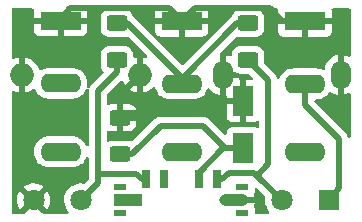
<source format=gbr>
%TF.GenerationSoftware,KiCad,Pcbnew,(6.0.2-0)*%
%TF.CreationDate,2022-07-29T18:45:40+02:00*%
%TF.ProjectId,2xMixer,32784d69-7865-4722-9e6b-696361645f70,rev?*%
%TF.SameCoordinates,Original*%
%TF.FileFunction,Copper,L1,Top*%
%TF.FilePolarity,Positive*%
%FSLAX46Y46*%
G04 Gerber Fmt 4.6, Leading zero omitted, Abs format (unit mm)*
G04 Created by KiCad (PCBNEW (6.0.2-0)) date 2022-07-29 18:45:40*
%MOMM*%
%LPD*%
G01*
G04 APERTURE LIST*
G04 Aperture macros list*
%AMRoundRect*
0 Rectangle with rounded corners*
0 $1 Rounding radius*
0 $2 $3 $4 $5 $6 $7 $8 $9 X,Y pos of 4 corners*
0 Add a 4 corners polygon primitive as box body*
4,1,4,$2,$3,$4,$5,$6,$7,$8,$9,$2,$3,0*
0 Add four circle primitives for the rounded corners*
1,1,$1+$1,$2,$3*
1,1,$1+$1,$4,$5*
1,1,$1+$1,$6,$7*
1,1,$1+$1,$8,$9*
0 Add four rect primitives between the rounded corners*
20,1,$1+$1,$2,$3,$4,$5,0*
20,1,$1+$1,$4,$5,$6,$7,0*
20,1,$1+$1,$6,$7,$8,$9,0*
20,1,$1+$1,$8,$9,$2,$3,0*%
G04 Aperture macros list end*
%TA.AperFunction,SMDPad,CuDef*%
%ADD10R,1.800000X2.500000*%
%TD*%
%TA.AperFunction,SMDPad,CuDef*%
%ADD11RoundRect,0.250000X0.625000X-0.400000X0.625000X0.400000X-0.625000X0.400000X-0.625000X-0.400000X0*%
%TD*%
%TA.AperFunction,ComponentPad*%
%ADD12R,3.500000X1.600000*%
%TD*%
%TA.AperFunction,ComponentPad*%
%ADD13O,3.500000X1.600000*%
%TD*%
%TA.AperFunction,SMDPad,CuDef*%
%ADD14R,1.100000X0.600000*%
%TD*%
%TA.AperFunction,SMDPad,CuDef*%
%ADD15R,0.700000X1.500000*%
%TD*%
%TA.AperFunction,SMDPad,CuDef*%
%ADD16RoundRect,0.250000X-0.625000X0.400000X-0.625000X-0.400000X0.625000X-0.400000X0.625000X0.400000X0*%
%TD*%
%TA.AperFunction,ComponentPad*%
%ADD17O,2.000000X2.000000*%
%TD*%
%TA.AperFunction,ComponentPad*%
%ADD18R,2.400000X1.000000*%
%TD*%
%TA.AperFunction,ComponentPad*%
%ADD19C,1.800000*%
%TD*%
%TA.AperFunction,ComponentPad*%
%ADD20O,1.700000X2.400000*%
%TD*%
%TA.AperFunction,ComponentPad*%
%ADD21R,1.800000X1.800000*%
%TD*%
%TA.AperFunction,ComponentPad*%
%ADD22O,2.500000X1.000000*%
%TD*%
%TA.AperFunction,Conductor*%
%ADD23C,0.500000*%
%TD*%
%TA.AperFunction,Conductor*%
%ADD24C,0.250000*%
%TD*%
G04 APERTURE END LIST*
D10*
%TO.P,D1,1,K*%
%TO.N,GND*%
X127975000Y-72950000D03*
%TO.P,D1,2,A*%
%TO.N,Net-(D1-Pad2)*%
X127975000Y-76950000D03*
%TD*%
D11*
%TO.P,R1,1*%
%TO.N,Net-(R1-Pad1)*%
X128375000Y-69475000D03*
%TO.P,R1,2*%
%TO.N,Net-(J3-PadT)*%
X128375000Y-66375000D03*
%TD*%
D12*
%TO.P,J1,S*%
%TO.N,GND*%
X133200000Y-66212500D03*
D13*
%TO.P,J1,T*%
%TO.N,Net-(J1-PadT)*%
X133200000Y-71512500D03*
%TO.P,J1,TN*%
%TO.N,unconnected-(J1-PadTN)*%
X133200000Y-77312500D03*
%TD*%
D14*
%TO.P,SW1,*%
%TO.N,*%
X127875000Y-82455000D03*
X127875000Y-80245000D03*
X117575000Y-80245000D03*
X117575000Y-82455000D03*
D15*
%TO.P,SW1,1,1*%
%TO.N,Net-(R2-Pad1)*%
X119725000Y-79595000D03*
%TO.P,SW1,2,2*%
%TO.N,unconnected-(SW1-Pad2)*%
X121225000Y-79595000D03*
%TO.P,SW1,3,3*%
%TO.N,Net-(D1-Pad2)*%
X124225000Y-79595000D03*
%TO.P,SW1,4,4*%
%TO.N,Net-(R1-Pad1)*%
X125725000Y-79595000D03*
%TD*%
D12*
%TO.P,J2,S*%
%TO.N,GND*%
X112500000Y-66150000D03*
D13*
%TO.P,J2,T*%
%TO.N,Net-(J2-PadT)*%
X112500000Y-71450000D03*
%TO.P,J2,TN*%
%TO.N,unconnected-(J2-PadTN)*%
X112500000Y-77250000D03*
%TD*%
D12*
%TO.P,J3,S*%
%TO.N,GND*%
X122750000Y-66190000D03*
D13*
%TO.P,J3,T*%
%TO.N,Net-(J3-PadT)*%
X122750000Y-71490000D03*
%TO.P,J3,TN*%
%TO.N,unconnected-(J3-PadTN)*%
X122750000Y-77290000D03*
%TD*%
D11*
%TO.P,R2,1*%
%TO.N,Net-(R2-Pad1)*%
X117275000Y-69475000D03*
%TO.P,R2,2*%
%TO.N,Net-(J3-PadT)*%
X117275000Y-66375000D03*
%TD*%
D16*
%TO.P,R5,1*%
%TO.N,GND*%
X117550000Y-74375000D03*
%TO.P,R5,2*%
%TO.N,Net-(D1-Pad2)*%
X117550000Y-77475000D03*
%TD*%
D17*
%TO.P,RV2,*%
%TO.N,GND*%
X109225000Y-70750000D03*
X119225000Y-70750000D03*
D18*
%TO.P,RV2,1,1*%
%TO.N,Net-(J2-PadT)*%
X118225000Y-81350000D03*
D19*
%TO.P,RV2,2,2*%
%TO.N,Net-(R2-Pad1)*%
X114213000Y-81350000D03*
%TO.P,RV2,3,3*%
%TO.N,GND*%
X110225000Y-81350000D03*
%TD*%
D20*
%TO.P,RV1,*%
%TO.N,GND*%
X136225000Y-70750000D03*
X126225000Y-70750000D03*
D21*
%TO.P,RV1,1,1*%
%TO.N,Net-(J1-PadT)*%
X135225000Y-81350000D03*
D19*
%TO.P,RV1,2,2*%
%TO.N,Net-(R1-Pad1)*%
X131213000Y-81350000D03*
D22*
%TO.P,RV1,3,3*%
%TO.N,GND*%
X127225000Y-81350000D03*
%TD*%
D23*
%TO.N,GND*%
X112500000Y-66150000D02*
X112500000Y-65900000D01*
X125525000Y-73950000D02*
X117975000Y-73950000D01*
X117550000Y-74375000D02*
X117550000Y-72425000D01*
X117975000Y-73950000D02*
X117550000Y-74375000D01*
X121660000Y-65100000D02*
X122750000Y-66190000D01*
X113300000Y-65100000D02*
X121660000Y-65100000D01*
D24*
X122890000Y-66190000D02*
X122900000Y-66200000D01*
D23*
X117550000Y-72425000D02*
X119225000Y-70750000D01*
D24*
X132950000Y-66200000D02*
X133000000Y-66150000D01*
D23*
X126525000Y-72950000D02*
X125525000Y-73950000D01*
X123900000Y-65100000D02*
X130200000Y-65100000D01*
X127975000Y-72950000D02*
X126525000Y-72950000D01*
X122750000Y-66190000D02*
X122810000Y-66190000D01*
X130200000Y-65100000D02*
X131250000Y-66150000D01*
X131250000Y-66150000D02*
X133025000Y-66150000D01*
X133025000Y-66150000D02*
X133950000Y-66150000D01*
X122810000Y-66190000D02*
X123900000Y-65100000D01*
X112500000Y-65900000D02*
X113300000Y-65100000D01*
%TO.N,Net-(J1-PadT)*%
X133200000Y-73275000D02*
X136075000Y-76150000D01*
X135362000Y-81063000D02*
X135362000Y-81425000D01*
X136075000Y-80350000D02*
X135362000Y-81063000D01*
X133200000Y-71512500D02*
X133200000Y-73275000D01*
X136075000Y-76150000D02*
X136075000Y-80350000D01*
%TO.N,Net-(J3-PadT)*%
X118150000Y-66375000D02*
X122750000Y-70975000D01*
X122750000Y-71100000D02*
X122750000Y-71490000D01*
X127475000Y-66375000D02*
X122750000Y-71100000D01*
X122750000Y-70975000D02*
X122750000Y-71490000D01*
X128375000Y-66375000D02*
X127475000Y-66375000D01*
X117275000Y-66375000D02*
X118150000Y-66375000D01*
%TO.N,Net-(R1-Pad1)*%
X126155000Y-79595000D02*
X126725000Y-79025000D01*
X128888000Y-79025000D02*
X129131500Y-79268500D01*
X129131500Y-79268500D02*
X131213000Y-81350000D01*
X125775000Y-79645000D02*
X125775000Y-79400000D01*
X128375000Y-69475000D02*
X130075000Y-71175000D01*
X125725000Y-79595000D02*
X126155000Y-79595000D01*
X130075000Y-71175000D02*
X130075000Y-78325000D01*
X126725000Y-79025000D02*
X128888000Y-79025000D01*
X130075000Y-78325000D02*
X129131500Y-79268500D01*
%TO.N,Net-(R2-Pad1)*%
X117275000Y-69475000D02*
X117275000Y-70500000D01*
X115650000Y-72125000D02*
X115650000Y-78900000D01*
X115650000Y-79913000D02*
X114213000Y-81350000D01*
X115850000Y-79100000D02*
X115650000Y-78900000D01*
X118875000Y-79100000D02*
X115850000Y-79100000D01*
X119370000Y-79595000D02*
X118875000Y-79100000D01*
X117275000Y-70500000D02*
X115650000Y-72125000D01*
X119725000Y-79595000D02*
X119370000Y-79595000D01*
X115650000Y-78900000D02*
X115650000Y-79913000D01*
%TO.N,Net-(D1-Pad2)*%
X126300000Y-76950000D02*
X126450000Y-76950000D01*
X121000000Y-75050000D02*
X124550000Y-75050000D01*
X124225000Y-79025000D02*
X126300000Y-76950000D01*
X117025000Y-77600000D02*
X117650000Y-77600000D01*
X126450000Y-76950000D02*
X127975000Y-76950000D01*
X118575000Y-77475000D02*
X121000000Y-75050000D01*
X124550000Y-75050000D02*
X126450000Y-76950000D01*
X124225000Y-79595000D02*
X124225000Y-79025000D01*
X117550000Y-77475000D02*
X118575000Y-77475000D01*
X124275000Y-79645000D02*
X124275000Y-78950000D01*
X127850000Y-77925000D02*
X127850000Y-77325000D01*
%TD*%
%TA.AperFunction,Conductor*%
%TO.N,GND*%
G36*
X129142012Y-80352147D02*
G01*
X129148595Y-80358276D01*
X129787017Y-80996698D01*
X129821043Y-81059010D01*
X129823209Y-81099182D01*
X129820801Y-81121715D01*
X129800095Y-81315469D01*
X129800392Y-81320622D01*
X129800392Y-81320625D01*
X129813129Y-81541529D01*
X129813427Y-81546697D01*
X129814564Y-81551743D01*
X129814565Y-81551749D01*
X129844516Y-81684649D01*
X129864346Y-81772642D01*
X129866288Y-81777424D01*
X129866289Y-81777428D01*
X129945846Y-81973352D01*
X129951484Y-81987237D01*
X130072501Y-82184719D01*
X130084480Y-82198548D01*
X130158070Y-82283503D01*
X130187552Y-82348088D01*
X130177437Y-82418361D01*
X130130936Y-82472009D01*
X130062832Y-82492000D01*
X129059500Y-82492000D01*
X128991379Y-82471998D01*
X128944886Y-82418342D01*
X128933500Y-82366000D01*
X128933500Y-82106866D01*
X128926745Y-82044684D01*
X128875615Y-81908295D01*
X128877168Y-81907713D01*
X128864210Y-81848457D01*
X128879063Y-81797382D01*
X128905803Y-81747926D01*
X128910556Y-81736620D01*
X128946250Y-81621308D01*
X128946456Y-81607205D01*
X128939701Y-81604000D01*
X127097000Y-81604000D01*
X127028879Y-81583998D01*
X126982386Y-81530342D01*
X126971000Y-81478000D01*
X126971000Y-81222000D01*
X126991002Y-81153879D01*
X127044658Y-81107386D01*
X127097000Y-81096000D01*
X128932924Y-81096000D01*
X128946455Y-81092027D01*
X128947575Y-81084232D01*
X128915862Y-80976479D01*
X128911267Y-80965107D01*
X128878007Y-80901487D01*
X128864172Y-80831852D01*
X128876302Y-80791963D01*
X128875615Y-80791705D01*
X128900004Y-80726648D01*
X128926745Y-80655316D01*
X128933500Y-80593134D01*
X128933500Y-80447371D01*
X128953502Y-80379250D01*
X129007158Y-80332757D01*
X129077432Y-80322653D01*
X129142012Y-80352147D01*
G37*
%TD.AperFunction*%
%TA.AperFunction,Conductor*%
G36*
X110190757Y-65128002D02*
G01*
X110237250Y-65181658D01*
X110247899Y-65247607D01*
X110242369Y-65298512D01*
X110242000Y-65305328D01*
X110242000Y-65877885D01*
X110246475Y-65893124D01*
X110247865Y-65894329D01*
X110255548Y-65896000D01*
X114739884Y-65896000D01*
X114755123Y-65891525D01*
X114756328Y-65890135D01*
X114757999Y-65882452D01*
X114757999Y-65305331D01*
X114757630Y-65298512D01*
X114752100Y-65247606D01*
X114764629Y-65177724D01*
X114812950Y-65125709D01*
X114877363Y-65108000D01*
X116166519Y-65108000D01*
X116234640Y-65128002D01*
X116281133Y-65181658D01*
X116291237Y-65251932D01*
X116261743Y-65316512D01*
X116232822Y-65341144D01*
X116175652Y-65376522D01*
X116050695Y-65501697D01*
X115957885Y-65652262D01*
X115955581Y-65659209D01*
X115910722Y-65794456D01*
X115902203Y-65820139D01*
X115901503Y-65826975D01*
X115901502Y-65826978D01*
X115899492Y-65846598D01*
X115891500Y-65924600D01*
X115891500Y-66825400D01*
X115902474Y-66931166D01*
X115958450Y-67098946D01*
X116051522Y-67249348D01*
X116176697Y-67374305D01*
X116182927Y-67378145D01*
X116182928Y-67378146D01*
X116320090Y-67462694D01*
X116327262Y-67467115D01*
X116379532Y-67484452D01*
X116488611Y-67520632D01*
X116488613Y-67520632D01*
X116495139Y-67522797D01*
X116501975Y-67523497D01*
X116501978Y-67523498D01*
X116545031Y-67527909D01*
X116599600Y-67533500D01*
X117950400Y-67533500D01*
X117953646Y-67533163D01*
X117953650Y-67533163D01*
X117992440Y-67529138D01*
X118056166Y-67522526D01*
X118062702Y-67520346D01*
X118062704Y-67520345D01*
X118108758Y-67504980D01*
X118179707Y-67502396D01*
X118237728Y-67535409D01*
X119799274Y-69096955D01*
X119833300Y-69159267D01*
X119828235Y-69230082D01*
X119785688Y-69286918D01*
X119719168Y-69311729D01*
X119680764Y-69308569D01*
X119496615Y-69264358D01*
X119482531Y-69265063D01*
X119479000Y-69273944D01*
X119479000Y-72221756D01*
X119482973Y-72235287D01*
X119492431Y-72236647D01*
X119687634Y-72189782D01*
X119697008Y-72186736D01*
X119907163Y-72099687D01*
X119915958Y-72095205D01*
X120109899Y-71976357D01*
X120117883Y-71970557D01*
X120290858Y-71822822D01*
X120297822Y-71815858D01*
X120321041Y-71788672D01*
X120380491Y-71749863D01*
X120451486Y-71749357D01*
X120511485Y-71787313D01*
X120538559Y-71837892D01*
X120563864Y-71932330D01*
X120565716Y-71939243D01*
X120568039Y-71944224D01*
X120568039Y-71944225D01*
X120660151Y-72141762D01*
X120660154Y-72141767D01*
X120662477Y-72146749D01*
X120735902Y-72251611D01*
X120782393Y-72318006D01*
X120793802Y-72334300D01*
X120955700Y-72496198D01*
X120960208Y-72499355D01*
X120960211Y-72499357D01*
X121033941Y-72550983D01*
X121143251Y-72627523D01*
X121148233Y-72629846D01*
X121148238Y-72629849D01*
X121290101Y-72696000D01*
X121350757Y-72724284D01*
X121356065Y-72725706D01*
X121356067Y-72725707D01*
X121566598Y-72782119D01*
X121566600Y-72782119D01*
X121571913Y-72783543D01*
X121671480Y-72792254D01*
X121740149Y-72798262D01*
X121740156Y-72798262D01*
X121742873Y-72798500D01*
X123757127Y-72798500D01*
X123759844Y-72798262D01*
X123759851Y-72798262D01*
X123828520Y-72792254D01*
X123928087Y-72783543D01*
X123933400Y-72782119D01*
X123933402Y-72782119D01*
X124143933Y-72725707D01*
X124143935Y-72725706D01*
X124149243Y-72724284D01*
X124209899Y-72696000D01*
X124351762Y-72629849D01*
X124351767Y-72629846D01*
X124356749Y-72627523D01*
X124466059Y-72550983D01*
X124539789Y-72499357D01*
X124539792Y-72499355D01*
X124544300Y-72496198D01*
X124706198Y-72334300D01*
X124717608Y-72318006D01*
X124764098Y-72251611D01*
X124837523Y-72146749D01*
X124839847Y-72141764D01*
X124839851Y-72141758D01*
X124929525Y-71949449D01*
X124976442Y-71896163D01*
X125044719Y-71876702D01*
X125112679Y-71897244D01*
X125148240Y-71932330D01*
X125159853Y-71949580D01*
X125166519Y-71957870D01*
X125318228Y-72116900D01*
X125326186Y-72123941D01*
X125502525Y-72255141D01*
X125511562Y-72260745D01*
X125707484Y-72360357D01*
X125717335Y-72364357D01*
X125927240Y-72429534D01*
X125937624Y-72431817D01*
X125953043Y-72433861D01*
X125967207Y-72431665D01*
X125971000Y-72418478D01*
X125971000Y-72416192D01*
X126479000Y-72416192D01*
X126483475Y-72431431D01*
X126498219Y-72444207D01*
X126523512Y-72455758D01*
X126561896Y-72515484D01*
X126567000Y-72550983D01*
X126567000Y-72677885D01*
X126571475Y-72693124D01*
X126572865Y-72694329D01*
X126580548Y-72696000D01*
X127702885Y-72696000D01*
X127718124Y-72691525D01*
X127719329Y-72690135D01*
X127721000Y-72682452D01*
X127721000Y-71210116D01*
X127716525Y-71194877D01*
X127715135Y-71193672D01*
X127694217Y-71189122D01*
X127694516Y-71187748D01*
X127640879Y-71171999D01*
X127594386Y-71118343D01*
X127583000Y-71066001D01*
X127583000Y-71022115D01*
X127578525Y-71006876D01*
X127577135Y-71005671D01*
X127569452Y-71004000D01*
X126497115Y-71004000D01*
X126481876Y-71008475D01*
X126480671Y-71009865D01*
X126479000Y-71017548D01*
X126479000Y-72416192D01*
X125971000Y-72416192D01*
X125971000Y-69083807D01*
X125962072Y-69053400D01*
X125962072Y-68982404D01*
X125993873Y-68928808D01*
X127393543Y-67529138D01*
X127455855Y-67495112D01*
X127522304Y-67498639D01*
X127595139Y-67522797D01*
X127601975Y-67523497D01*
X127601978Y-67523498D01*
X127645031Y-67527909D01*
X127699600Y-67533500D01*
X129050400Y-67533500D01*
X129053646Y-67533163D01*
X129053650Y-67533163D01*
X129149308Y-67523238D01*
X129149312Y-67523237D01*
X129156166Y-67522526D01*
X129162702Y-67520345D01*
X129162704Y-67520345D01*
X129301121Y-67474165D01*
X129323946Y-67466550D01*
X129474348Y-67373478D01*
X129599305Y-67248303D01*
X129681566Y-67114852D01*
X129688275Y-67103968D01*
X129688276Y-67103966D01*
X129692115Y-67097738D01*
X129705571Y-67057169D01*
X130942001Y-67057169D01*
X130942371Y-67063990D01*
X130947895Y-67114852D01*
X130951521Y-67130104D01*
X130996676Y-67250554D01*
X131005214Y-67266149D01*
X131081715Y-67368224D01*
X131094276Y-67380785D01*
X131196351Y-67457286D01*
X131211946Y-67465824D01*
X131332394Y-67510978D01*
X131347649Y-67514605D01*
X131398514Y-67520131D01*
X131405328Y-67520500D01*
X132927885Y-67520500D01*
X132943124Y-67516025D01*
X132944329Y-67514635D01*
X132946000Y-67506952D01*
X132946000Y-67502384D01*
X133454000Y-67502384D01*
X133458475Y-67517623D01*
X133459865Y-67518828D01*
X133467548Y-67520499D01*
X134994669Y-67520499D01*
X135001490Y-67520129D01*
X135052352Y-67514605D01*
X135067604Y-67510979D01*
X135188054Y-67465824D01*
X135203649Y-67457286D01*
X135305724Y-67380785D01*
X135318285Y-67368224D01*
X135394786Y-67266149D01*
X135403324Y-67250554D01*
X135448478Y-67130106D01*
X135452105Y-67114851D01*
X135457631Y-67063986D01*
X135458000Y-67057172D01*
X135458000Y-66484615D01*
X135453525Y-66469376D01*
X135452135Y-66468171D01*
X135444452Y-66466500D01*
X133472115Y-66466500D01*
X133456876Y-66470975D01*
X133455671Y-66472365D01*
X133454000Y-66480048D01*
X133454000Y-67502384D01*
X132946000Y-67502384D01*
X132946000Y-66484615D01*
X132941525Y-66469376D01*
X132940135Y-66468171D01*
X132932452Y-66466500D01*
X130960116Y-66466500D01*
X130944877Y-66470975D01*
X130943672Y-66472365D01*
X130942001Y-66480048D01*
X130942001Y-67057169D01*
X129705571Y-67057169D01*
X129747797Y-66929861D01*
X129758500Y-66825400D01*
X129758500Y-65924600D01*
X129755234Y-65893124D01*
X129748238Y-65825692D01*
X129748237Y-65825688D01*
X129747526Y-65818834D01*
X129743692Y-65807340D01*
X129693868Y-65658002D01*
X129691550Y-65651054D01*
X129598478Y-65500652D01*
X129473303Y-65375695D01*
X129460541Y-65367828D01*
X129447399Y-65359728D01*
X129417439Y-65341260D01*
X129369946Y-65288488D01*
X129358522Y-65218416D01*
X129386796Y-65153292D01*
X129445790Y-65113793D01*
X129483555Y-65108000D01*
X130839787Y-65108000D01*
X130907908Y-65128002D01*
X130954401Y-65181658D01*
X130964505Y-65251932D01*
X130957769Y-65278230D01*
X130951522Y-65294895D01*
X130947895Y-65310149D01*
X130942369Y-65361014D01*
X130942000Y-65367828D01*
X130942000Y-65940385D01*
X130946475Y-65955624D01*
X130947865Y-65956829D01*
X130955548Y-65958500D01*
X135439884Y-65958500D01*
X135455123Y-65954025D01*
X135456328Y-65952635D01*
X135457999Y-65944952D01*
X135457999Y-65367831D01*
X135457629Y-65361010D01*
X135452105Y-65310148D01*
X135448479Y-65294897D01*
X135442231Y-65278230D01*
X135437048Y-65207423D01*
X135470968Y-65145054D01*
X135533223Y-65110925D01*
X135560213Y-65108000D01*
X136941000Y-65108000D01*
X137009121Y-65128002D01*
X137055614Y-65181658D01*
X137067000Y-65234000D01*
X137067000Y-69099207D01*
X137046998Y-69167328D01*
X136993342Y-69213821D01*
X136923068Y-69223925D01*
X136883895Y-69211524D01*
X136742516Y-69139643D01*
X136732665Y-69135643D01*
X136522760Y-69070466D01*
X136512376Y-69068183D01*
X136496957Y-69066139D01*
X136482793Y-69068335D01*
X136479000Y-69081522D01*
X136479000Y-72416192D01*
X136482973Y-72429723D01*
X136493580Y-72431248D01*
X136611421Y-72406523D01*
X136621617Y-72403463D01*
X136826029Y-72322737D01*
X136835561Y-72318006D01*
X136875634Y-72293689D01*
X136944248Y-72275450D01*
X137011830Y-72297201D01*
X137056925Y-72352037D01*
X137067000Y-72401408D01*
X137067000Y-75949852D01*
X137046998Y-76017973D01*
X136993342Y-76064466D01*
X136923068Y-76074570D01*
X136858488Y-76045076D01*
X136818787Y-75979512D01*
X136818182Y-75974319D01*
X136793265Y-75905673D01*
X136791848Y-75901545D01*
X136771607Y-75839064D01*
X136771606Y-75839062D01*
X136769351Y-75832101D01*
X136765555Y-75825846D01*
X136763049Y-75820372D01*
X136760330Y-75814942D01*
X136757833Y-75808063D01*
X136742616Y-75784853D01*
X136717814Y-75747024D01*
X136715467Y-75743305D01*
X136677595Y-75680893D01*
X136670197Y-75672516D01*
X136670224Y-75672492D01*
X136667571Y-75669500D01*
X136664868Y-75666267D01*
X136660856Y-75660148D01*
X136604617Y-75606872D01*
X136602175Y-75604494D01*
X134033776Y-73036095D01*
X133999750Y-72973783D01*
X134004815Y-72902968D01*
X134047362Y-72846132D01*
X134113882Y-72821321D01*
X134122871Y-72821000D01*
X134207127Y-72821000D01*
X134209844Y-72820762D01*
X134209851Y-72820762D01*
X134278520Y-72814754D01*
X134378087Y-72806043D01*
X134383400Y-72804619D01*
X134383402Y-72804619D01*
X134593933Y-72748207D01*
X134593935Y-72748206D01*
X134599243Y-72746784D01*
X134605166Y-72744022D01*
X134801762Y-72652349D01*
X134801767Y-72652346D01*
X134806749Y-72650023D01*
X134911611Y-72576598D01*
X134989789Y-72521857D01*
X134989792Y-72521855D01*
X134994300Y-72518698D01*
X135156198Y-72356800D01*
X135175112Y-72329789D01*
X135247242Y-72226776D01*
X135302699Y-72182448D01*
X135373319Y-72175139D01*
X135425668Y-72197958D01*
X135502525Y-72255141D01*
X135511562Y-72260745D01*
X135707484Y-72360357D01*
X135717335Y-72364357D01*
X135927240Y-72429534D01*
X135937624Y-72431817D01*
X135953043Y-72433861D01*
X135967207Y-72431665D01*
X135971000Y-72418478D01*
X135971000Y-69083808D01*
X135967027Y-69070277D01*
X135956420Y-69068752D01*
X135838579Y-69093477D01*
X135828383Y-69096537D01*
X135623971Y-69177263D01*
X135614439Y-69181994D01*
X135426538Y-69296016D01*
X135417948Y-69302280D01*
X135251948Y-69446327D01*
X135244528Y-69453958D01*
X135105174Y-69623911D01*
X135099150Y-69632678D01*
X134990424Y-69823682D01*
X134985959Y-69833346D01*
X134910969Y-70039941D01*
X134908198Y-70050208D01*
X134875236Y-70232491D01*
X134843432Y-70295965D01*
X134782359Y-70332168D01*
X134711409Y-70329606D01*
X134697998Y-70324265D01*
X134604230Y-70280541D01*
X134604225Y-70280539D01*
X134599243Y-70278216D01*
X134593935Y-70276794D01*
X134593933Y-70276793D01*
X134383402Y-70220381D01*
X134383400Y-70220381D01*
X134378087Y-70218957D01*
X134278520Y-70210246D01*
X134209851Y-70204238D01*
X134209844Y-70204238D01*
X134207127Y-70204000D01*
X132192873Y-70204000D01*
X132190156Y-70204238D01*
X132190149Y-70204238D01*
X132121480Y-70210246D01*
X132021913Y-70218957D01*
X132016600Y-70220381D01*
X132016598Y-70220381D01*
X131806067Y-70276793D01*
X131806065Y-70276794D01*
X131800757Y-70278216D01*
X131795776Y-70280539D01*
X131795775Y-70280539D01*
X131598238Y-70372651D01*
X131598233Y-70372654D01*
X131593251Y-70374977D01*
X131534874Y-70415853D01*
X131410211Y-70503143D01*
X131410208Y-70503145D01*
X131405700Y-70506302D01*
X131243802Y-70668200D01*
X131240645Y-70672708D01*
X131240643Y-70672711D01*
X131220356Y-70701684D01*
X131112477Y-70855751D01*
X131110153Y-70860736D01*
X131110149Y-70860742D01*
X131046409Y-70997435D01*
X130999492Y-71050721D01*
X130931215Y-71070182D01*
X130863255Y-71049641D01*
X130817189Y-70995618D01*
X130813776Y-70987178D01*
X130793277Y-70930706D01*
X130791848Y-70926545D01*
X130771607Y-70864064D01*
X130771606Y-70864062D01*
X130769351Y-70857101D01*
X130765555Y-70850846D01*
X130763049Y-70845372D01*
X130760330Y-70839942D01*
X130757833Y-70833063D01*
X130731731Y-70793251D01*
X130717814Y-70772024D01*
X130715467Y-70768305D01*
X130714185Y-70766192D01*
X130677595Y-70705893D01*
X130670197Y-70697516D01*
X130670224Y-70697492D01*
X130667571Y-70694500D01*
X130664868Y-70691267D01*
X130660856Y-70685148D01*
X130604617Y-70631872D01*
X130602175Y-70629494D01*
X129795405Y-69822724D01*
X129761379Y-69760412D01*
X129758500Y-69733629D01*
X129758500Y-69024600D01*
X129747526Y-68918834D01*
X129691550Y-68751054D01*
X129598478Y-68600652D01*
X129473303Y-68475695D01*
X129467072Y-68471854D01*
X129328968Y-68386725D01*
X129328966Y-68386724D01*
X129322738Y-68382885D01*
X129162254Y-68329655D01*
X129161389Y-68329368D01*
X129161387Y-68329368D01*
X129154861Y-68327203D01*
X129148025Y-68326503D01*
X129148022Y-68326502D01*
X129104969Y-68322091D01*
X129050400Y-68316500D01*
X127699600Y-68316500D01*
X127696354Y-68316837D01*
X127696350Y-68316837D01*
X127600692Y-68326762D01*
X127600688Y-68326763D01*
X127593834Y-68327474D01*
X127587298Y-68329655D01*
X127587296Y-68329655D01*
X127455194Y-68373728D01*
X127426054Y-68383450D01*
X127275652Y-68476522D01*
X127150695Y-68601697D01*
X127057885Y-68752262D01*
X127002203Y-68920139D01*
X126991500Y-69024600D01*
X126991500Y-69060821D01*
X126971498Y-69128942D01*
X126917842Y-69175435D01*
X126847568Y-69185539D01*
X126808395Y-69173138D01*
X126742515Y-69139643D01*
X126732665Y-69135643D01*
X126522760Y-69070466D01*
X126512376Y-69068183D01*
X126496957Y-69066139D01*
X126482793Y-69068335D01*
X126479000Y-69081522D01*
X126479000Y-70477885D01*
X126483475Y-70493124D01*
X126484865Y-70494329D01*
X126492548Y-70496000D01*
X127276179Y-70496000D01*
X127342294Y-70514740D01*
X127389384Y-70543766D01*
X127399883Y-70550238D01*
X127427262Y-70567115D01*
X127437266Y-70570433D01*
X127588611Y-70620632D01*
X127588613Y-70620632D01*
X127595139Y-70622797D01*
X127601975Y-70623497D01*
X127601978Y-70623498D01*
X127645031Y-70627909D01*
X127699600Y-70633500D01*
X128408629Y-70633500D01*
X128476750Y-70653502D01*
X128497724Y-70670405D01*
X128804224Y-70976905D01*
X128838250Y-71039217D01*
X128833185Y-71110032D01*
X128790638Y-71166868D01*
X128724118Y-71191679D01*
X128715129Y-71192000D01*
X128247115Y-71192001D01*
X128231876Y-71196476D01*
X128230671Y-71197866D01*
X128229000Y-71205549D01*
X128229000Y-74689884D01*
X128233475Y-74705123D01*
X128234865Y-74706328D01*
X128242548Y-74707999D01*
X128919669Y-74707999D01*
X128926490Y-74707629D01*
X128977352Y-74702105D01*
X128992604Y-74698479D01*
X129113061Y-74653321D01*
X129129992Y-74644052D01*
X129199349Y-74628883D01*
X129265897Y-74653620D01*
X129308507Y-74710408D01*
X129316500Y-74754572D01*
X129316500Y-75144852D01*
X129296498Y-75212973D01*
X129242842Y-75259466D01*
X129172568Y-75269570D01*
X129129992Y-75255372D01*
X129128884Y-75254766D01*
X129121705Y-75249385D01*
X128985316Y-75198255D01*
X128923134Y-75191500D01*
X127026866Y-75191500D01*
X126964684Y-75198255D01*
X126828295Y-75249385D01*
X126711739Y-75336739D01*
X126624385Y-75453295D01*
X126573255Y-75589684D01*
X126566500Y-75651866D01*
X126566500Y-75689629D01*
X126546498Y-75757750D01*
X126492842Y-75804243D01*
X126422568Y-75814347D01*
X126357988Y-75784853D01*
X126351405Y-75778724D01*
X125133770Y-74561089D01*
X125121384Y-74546677D01*
X125112851Y-74535082D01*
X125112846Y-74535077D01*
X125108508Y-74529182D01*
X125102930Y-74524443D01*
X125102927Y-74524440D01*
X125068232Y-74494965D01*
X125060716Y-74488035D01*
X125055021Y-74482340D01*
X125038736Y-74469456D01*
X125032749Y-74464719D01*
X125029345Y-74461928D01*
X124979297Y-74419409D01*
X124979295Y-74419408D01*
X124973715Y-74414667D01*
X124967199Y-74411339D01*
X124962150Y-74407972D01*
X124957021Y-74404805D01*
X124951284Y-74400266D01*
X124885125Y-74369345D01*
X124881225Y-74367439D01*
X124816192Y-74334231D01*
X124809084Y-74332492D01*
X124803441Y-74330393D01*
X124797678Y-74328476D01*
X124791050Y-74325378D01*
X124719583Y-74310513D01*
X124715299Y-74309543D01*
X124644390Y-74292192D01*
X124638788Y-74291844D01*
X124638785Y-74291844D01*
X124633236Y-74291500D01*
X124633238Y-74291464D01*
X124629245Y-74291225D01*
X124625053Y-74290851D01*
X124617885Y-74289360D01*
X124554120Y-74291085D01*
X124540479Y-74291454D01*
X124537072Y-74291500D01*
X121067070Y-74291500D01*
X121048120Y-74290067D01*
X121033885Y-74287901D01*
X121033881Y-74287901D01*
X121026651Y-74286801D01*
X121019359Y-74287394D01*
X121019356Y-74287394D01*
X120973982Y-74291085D01*
X120963767Y-74291500D01*
X120955707Y-74291500D01*
X120952073Y-74291924D01*
X120952067Y-74291924D01*
X120939042Y-74293443D01*
X120927480Y-74294791D01*
X120923132Y-74295221D01*
X120850364Y-74301140D01*
X120843403Y-74303395D01*
X120837463Y-74304582D01*
X120831588Y-74305971D01*
X120824319Y-74306818D01*
X120755670Y-74331736D01*
X120751542Y-74333153D01*
X120689064Y-74353393D01*
X120689062Y-74353394D01*
X120682101Y-74355649D01*
X120675846Y-74359445D01*
X120670372Y-74361951D01*
X120664942Y-74364670D01*
X120658063Y-74367167D01*
X120651943Y-74371180D01*
X120651942Y-74371180D01*
X120597024Y-74407186D01*
X120593320Y-74409523D01*
X120530893Y-74447405D01*
X120522516Y-74454803D01*
X120522492Y-74454776D01*
X120519500Y-74457429D01*
X120516267Y-74460132D01*
X120510148Y-74464144D01*
X120480951Y-74494965D01*
X120456872Y-74520383D01*
X120454494Y-74522825D01*
X118625323Y-76351996D01*
X118563011Y-76386022D01*
X118496561Y-76382494D01*
X118336389Y-76329368D01*
X118336387Y-76329368D01*
X118329861Y-76327203D01*
X118323025Y-76326503D01*
X118323022Y-76326502D01*
X118279969Y-76322091D01*
X118225400Y-76316500D01*
X116874600Y-76316500D01*
X116871354Y-76316837D01*
X116871350Y-76316837D01*
X116775692Y-76326762D01*
X116775688Y-76326763D01*
X116768834Y-76327474D01*
X116762298Y-76329655D01*
X116762296Y-76329655D01*
X116630194Y-76373728D01*
X116601054Y-76383450D01*
X116594823Y-76387306D01*
X116588203Y-76390407D01*
X116586828Y-76387471D01*
X116532233Y-76402441D01*
X116464484Y-76381216D01*
X116418963Y-76326733D01*
X116408500Y-76276461D01*
X116408500Y-75572772D01*
X116428502Y-75504651D01*
X116482158Y-75458158D01*
X116552432Y-75448054D01*
X116588890Y-75461265D01*
X116589609Y-75459723D01*
X116609424Y-75468963D01*
X116763710Y-75520138D01*
X116777086Y-75523005D01*
X116871438Y-75532672D01*
X116877854Y-75533000D01*
X117277885Y-75533000D01*
X117293124Y-75528525D01*
X117294329Y-75527135D01*
X117296000Y-75519452D01*
X117296000Y-75514884D01*
X117804000Y-75514884D01*
X117808475Y-75530123D01*
X117809865Y-75531328D01*
X117817548Y-75532999D01*
X118222095Y-75532999D01*
X118228614Y-75532662D01*
X118324206Y-75522743D01*
X118337600Y-75519851D01*
X118491784Y-75468412D01*
X118504962Y-75462239D01*
X118642807Y-75376937D01*
X118654208Y-75367901D01*
X118768739Y-75253171D01*
X118777751Y-75241760D01*
X118862816Y-75103757D01*
X118868963Y-75090576D01*
X118920138Y-74936290D01*
X118923005Y-74922914D01*
X118932672Y-74828562D01*
X118933000Y-74822146D01*
X118933000Y-74647115D01*
X118928525Y-74631876D01*
X118927135Y-74630671D01*
X118919452Y-74629000D01*
X117822115Y-74629000D01*
X117806876Y-74633475D01*
X117805671Y-74634865D01*
X117804000Y-74642548D01*
X117804000Y-75514884D01*
X117296000Y-75514884D01*
X117296000Y-74102885D01*
X117804000Y-74102885D01*
X117808475Y-74118124D01*
X117809865Y-74119329D01*
X117817548Y-74121000D01*
X118914884Y-74121000D01*
X118930123Y-74116525D01*
X118931328Y-74115135D01*
X118932999Y-74107452D01*
X118932999Y-73927905D01*
X118932662Y-73921386D01*
X118922743Y-73825794D01*
X118919851Y-73812400D01*
X118868412Y-73658216D01*
X118862239Y-73645038D01*
X118776937Y-73507193D01*
X118767901Y-73495792D01*
X118653171Y-73381261D01*
X118641760Y-73372249D01*
X118503757Y-73287184D01*
X118490576Y-73281037D01*
X118336290Y-73229862D01*
X118322914Y-73226995D01*
X118230709Y-73217548D01*
X126567000Y-73217548D01*
X126567001Y-74244669D01*
X126567371Y-74251490D01*
X126572895Y-74302352D01*
X126576521Y-74317604D01*
X126621676Y-74438054D01*
X126630214Y-74453649D01*
X126706715Y-74555724D01*
X126719276Y-74568285D01*
X126821351Y-74644786D01*
X126836946Y-74653324D01*
X126957394Y-74698478D01*
X126972649Y-74702105D01*
X127023514Y-74707631D01*
X127030328Y-74708000D01*
X127702885Y-74708000D01*
X127718124Y-74703525D01*
X127719329Y-74702135D01*
X127721000Y-74694452D01*
X127721000Y-73222115D01*
X127716525Y-73206876D01*
X127715135Y-73205671D01*
X127707452Y-73204000D01*
X126585115Y-73204000D01*
X126569876Y-73208475D01*
X126568671Y-73209865D01*
X126567000Y-73217548D01*
X118230709Y-73217548D01*
X118228562Y-73217328D01*
X118222145Y-73217000D01*
X117822115Y-73217000D01*
X117806876Y-73221475D01*
X117805671Y-73222865D01*
X117804000Y-73230548D01*
X117804000Y-74102885D01*
X117296000Y-74102885D01*
X117296000Y-73235116D01*
X117291525Y-73219877D01*
X117290135Y-73218672D01*
X117282452Y-73217001D01*
X116877905Y-73217001D01*
X116871386Y-73217338D01*
X116775794Y-73227257D01*
X116762400Y-73230149D01*
X116608216Y-73281588D01*
X116588417Y-73290863D01*
X116587061Y-73287968D01*
X116532400Y-73303032D01*
X116464622Y-73281898D01*
X116419030Y-73227475D01*
X116408500Y-73177050D01*
X116408500Y-72491371D01*
X116428502Y-72423250D01*
X116445405Y-72402276D01*
X117607302Y-71240379D01*
X117669614Y-71206353D01*
X117740429Y-71211418D01*
X117797265Y-71253965D01*
X117812806Y-71281256D01*
X117875313Y-71432163D01*
X117879795Y-71440958D01*
X117998643Y-71634899D01*
X118004443Y-71642883D01*
X118152178Y-71815858D01*
X118159142Y-71822822D01*
X118332117Y-71970557D01*
X118340101Y-71976357D01*
X118534042Y-72095205D01*
X118542837Y-72099687D01*
X118752992Y-72186736D01*
X118762366Y-72189782D01*
X118953385Y-72235642D01*
X118967469Y-72234937D01*
X118971000Y-72226056D01*
X118971000Y-69278244D01*
X118967027Y-69264713D01*
X118957569Y-69263353D01*
X118813914Y-69297842D01*
X118743006Y-69294295D01*
X118685272Y-69252975D01*
X118659042Y-69187002D01*
X118658500Y-69175323D01*
X118658500Y-69024600D01*
X118647526Y-68918834D01*
X118591550Y-68751054D01*
X118498478Y-68600652D01*
X118373303Y-68475695D01*
X118367072Y-68471854D01*
X118228968Y-68386725D01*
X118228966Y-68386724D01*
X118222738Y-68382885D01*
X118062254Y-68329655D01*
X118061389Y-68329368D01*
X118061387Y-68329368D01*
X118054861Y-68327203D01*
X118048025Y-68326503D01*
X118048022Y-68326502D01*
X118004969Y-68322091D01*
X117950400Y-68316500D01*
X116599600Y-68316500D01*
X116596354Y-68316837D01*
X116596350Y-68316837D01*
X116500692Y-68326762D01*
X116500688Y-68326763D01*
X116493834Y-68327474D01*
X116487298Y-68329655D01*
X116487296Y-68329655D01*
X116355194Y-68373728D01*
X116326054Y-68383450D01*
X116175652Y-68476522D01*
X116050695Y-68601697D01*
X115957885Y-68752262D01*
X115902203Y-68920139D01*
X115891500Y-69024600D01*
X115891500Y-69925400D01*
X115902474Y-70031166D01*
X115904655Y-70037702D01*
X115904655Y-70037704D01*
X115944750Y-70157881D01*
X115958450Y-70198946D01*
X116051522Y-70349348D01*
X116113128Y-70410847D01*
X116147207Y-70473128D01*
X116142204Y-70543948D01*
X116113205Y-70589114D01*
X115161089Y-71541230D01*
X115146677Y-71553616D01*
X115135082Y-71562149D01*
X115135077Y-71562154D01*
X115129182Y-71566492D01*
X115124443Y-71572070D01*
X115124440Y-71572073D01*
X115094965Y-71606768D01*
X115088035Y-71614284D01*
X115082340Y-71619979D01*
X115080060Y-71622861D01*
X115064719Y-71642251D01*
X115061928Y-71645655D01*
X115025771Y-71688215D01*
X115014667Y-71701285D01*
X115011339Y-71707801D01*
X115007972Y-71712850D01*
X115004804Y-71717980D01*
X115000266Y-71723716D01*
X114976685Y-71774171D01*
X114929724Y-71827414D01*
X114861430Y-71846816D01*
X114793488Y-71826216D01*
X114747468Y-71772153D01*
X114737983Y-71701793D01*
X114740830Y-71688215D01*
X114742118Y-71683408D01*
X114742119Y-71683400D01*
X114743543Y-71678087D01*
X114763498Y-71450000D01*
X114743543Y-71221913D01*
X114734757Y-71189122D01*
X114685707Y-71006067D01*
X114685706Y-71006065D01*
X114684284Y-71000757D01*
X114642798Y-70911789D01*
X114589849Y-70798238D01*
X114589846Y-70798233D01*
X114587523Y-70793251D01*
X114497232Y-70664303D01*
X114459357Y-70610211D01*
X114459355Y-70610208D01*
X114456198Y-70605700D01*
X114294300Y-70443802D01*
X114289792Y-70440645D01*
X114289789Y-70440643D01*
X114159406Y-70349348D01*
X114106749Y-70312477D01*
X114101767Y-70310154D01*
X114101762Y-70310151D01*
X113904225Y-70218039D01*
X113904224Y-70218039D01*
X113899243Y-70215716D01*
X113893935Y-70214294D01*
X113893933Y-70214293D01*
X113683402Y-70157881D01*
X113683400Y-70157881D01*
X113678087Y-70156457D01*
X113578520Y-70147746D01*
X113509851Y-70141738D01*
X113509844Y-70141738D01*
X113507127Y-70141500D01*
X111492873Y-70141500D01*
X111490156Y-70141738D01*
X111490149Y-70141738D01*
X111421480Y-70147746D01*
X111321913Y-70156457D01*
X111316600Y-70157881D01*
X111316598Y-70157881D01*
X111106067Y-70214293D01*
X111106065Y-70214294D01*
X111100757Y-70215716D01*
X111095776Y-70218039D01*
X111095775Y-70218039D01*
X110898238Y-70310151D01*
X110898233Y-70310154D01*
X110893251Y-70312477D01*
X110859437Y-70336154D01*
X110853257Y-70340481D01*
X110785983Y-70363168D01*
X110717123Y-70345883D01*
X110668539Y-70294113D01*
X110663754Y-70282509D01*
X110663628Y-70282561D01*
X110574687Y-70067837D01*
X110570205Y-70059042D01*
X110451357Y-69865101D01*
X110445557Y-69857117D01*
X110297822Y-69684142D01*
X110290858Y-69677178D01*
X110117883Y-69529443D01*
X110109899Y-69523643D01*
X109915958Y-69404795D01*
X109907163Y-69400313D01*
X109697008Y-69313264D01*
X109687634Y-69310218D01*
X109496615Y-69264358D01*
X109482531Y-69265063D01*
X109479000Y-69273944D01*
X109479000Y-72221756D01*
X109482973Y-72235287D01*
X109492431Y-72236647D01*
X109687634Y-72189782D01*
X109697008Y-72186736D01*
X109907163Y-72099687D01*
X109915958Y-72095205D01*
X110109899Y-71976357D01*
X110117890Y-71970552D01*
X110157152Y-71937019D01*
X110221941Y-71907988D01*
X110292141Y-71918593D01*
X110345464Y-71965468D01*
X110353177Y-71979580D01*
X110410151Y-72101762D01*
X110410154Y-72101767D01*
X110412477Y-72106749D01*
X110476342Y-72197958D01*
X110502481Y-72235287D01*
X110543802Y-72294300D01*
X110705700Y-72456198D01*
X110710208Y-72459355D01*
X110710211Y-72459357D01*
X110755932Y-72491371D01*
X110893251Y-72587523D01*
X110898233Y-72589846D01*
X110898238Y-72589849D01*
X111087034Y-72677885D01*
X111100757Y-72684284D01*
X111106065Y-72685706D01*
X111106067Y-72685707D01*
X111316598Y-72742119D01*
X111316600Y-72742119D01*
X111321913Y-72743543D01*
X111421480Y-72752254D01*
X111490149Y-72758262D01*
X111490156Y-72758262D01*
X111492873Y-72758500D01*
X113507127Y-72758500D01*
X113509844Y-72758262D01*
X113509851Y-72758262D01*
X113578520Y-72752254D01*
X113678087Y-72743543D01*
X113683400Y-72742119D01*
X113683402Y-72742119D01*
X113893933Y-72685707D01*
X113893935Y-72685706D01*
X113899243Y-72684284D01*
X113912966Y-72677885D01*
X114101762Y-72589849D01*
X114101767Y-72589846D01*
X114106749Y-72587523D01*
X114244068Y-72491371D01*
X114289789Y-72459357D01*
X114289792Y-72459355D01*
X114294300Y-72456198D01*
X114456198Y-72294300D01*
X114497520Y-72235287D01*
X114523658Y-72197958D01*
X114587523Y-72106749D01*
X114589846Y-72101767D01*
X114589849Y-72101762D01*
X114652599Y-71967192D01*
X114699516Y-71913907D01*
X114767793Y-71894446D01*
X114835753Y-71914988D01*
X114881819Y-71969010D01*
X114890152Y-72030483D01*
X114892192Y-72030610D01*
X114891500Y-72041764D01*
X114891464Y-72041762D01*
X114891225Y-72045755D01*
X114890851Y-72049947D01*
X114889360Y-72057115D01*
X114889558Y-72064432D01*
X114891454Y-72134521D01*
X114891500Y-72137928D01*
X114891500Y-76676783D01*
X114871498Y-76744904D01*
X114817842Y-76791397D01*
X114747568Y-76801501D01*
X114682988Y-76772007D01*
X114651305Y-76730033D01*
X114589849Y-76598238D01*
X114589846Y-76598233D01*
X114587523Y-76593251D01*
X114497147Y-76464181D01*
X114459357Y-76410211D01*
X114459355Y-76410208D01*
X114456198Y-76405700D01*
X114294300Y-76243802D01*
X114289792Y-76240645D01*
X114289789Y-76240643D01*
X114192686Y-76172651D01*
X114106749Y-76112477D01*
X114101767Y-76110154D01*
X114101762Y-76110151D01*
X113904225Y-76018039D01*
X113904224Y-76018039D01*
X113899243Y-76015716D01*
X113893935Y-76014294D01*
X113893933Y-76014293D01*
X113683402Y-75957881D01*
X113683400Y-75957881D01*
X113678087Y-75956457D01*
X113578520Y-75947746D01*
X113509851Y-75941738D01*
X113509844Y-75941738D01*
X113507127Y-75941500D01*
X111492873Y-75941500D01*
X111490156Y-75941738D01*
X111490149Y-75941738D01*
X111421480Y-75947746D01*
X111321913Y-75956457D01*
X111316600Y-75957881D01*
X111316598Y-75957881D01*
X111106067Y-76014293D01*
X111106065Y-76014294D01*
X111100757Y-76015716D01*
X111095776Y-76018039D01*
X111095775Y-76018039D01*
X110898238Y-76110151D01*
X110898233Y-76110154D01*
X110893251Y-76112477D01*
X110807314Y-76172651D01*
X110710211Y-76240643D01*
X110710208Y-76240645D01*
X110705700Y-76243802D01*
X110543802Y-76405700D01*
X110540645Y-76410208D01*
X110540643Y-76410211D01*
X110502853Y-76464181D01*
X110412477Y-76593251D01*
X110410154Y-76598233D01*
X110410151Y-76598238D01*
X110319704Y-76792205D01*
X110315716Y-76800757D01*
X110314294Y-76806065D01*
X110314293Y-76806067D01*
X110257881Y-77016598D01*
X110256457Y-77021913D01*
X110236502Y-77250000D01*
X110256457Y-77478087D01*
X110315716Y-77699243D01*
X110318039Y-77704224D01*
X110318039Y-77704225D01*
X110410151Y-77901762D01*
X110410154Y-77901767D01*
X110412477Y-77906749D01*
X110479295Y-78002175D01*
X110534143Y-78080505D01*
X110543802Y-78094300D01*
X110705700Y-78256198D01*
X110710208Y-78259355D01*
X110710211Y-78259357D01*
X110762826Y-78296198D01*
X110893251Y-78387523D01*
X110898233Y-78389846D01*
X110898238Y-78389849D01*
X111053901Y-78462435D01*
X111100757Y-78484284D01*
X111106065Y-78485706D01*
X111106067Y-78485707D01*
X111316598Y-78542119D01*
X111316600Y-78542119D01*
X111321913Y-78543543D01*
X111421480Y-78552254D01*
X111490149Y-78558262D01*
X111490156Y-78558262D01*
X111492873Y-78558500D01*
X113507127Y-78558500D01*
X113509844Y-78558262D01*
X113509851Y-78558262D01*
X113578520Y-78552254D01*
X113678087Y-78543543D01*
X113683400Y-78542119D01*
X113683402Y-78542119D01*
X113893933Y-78485707D01*
X113893935Y-78485706D01*
X113899243Y-78484284D01*
X113946099Y-78462435D01*
X114101762Y-78389849D01*
X114101767Y-78389846D01*
X114106749Y-78387523D01*
X114237174Y-78296198D01*
X114289789Y-78259357D01*
X114289792Y-78259355D01*
X114294300Y-78256198D01*
X114456198Y-78094300D01*
X114465858Y-78080505D01*
X114520705Y-78002175D01*
X114587523Y-77906749D01*
X114589846Y-77901767D01*
X114589849Y-77901762D01*
X114651305Y-77769967D01*
X114698222Y-77716682D01*
X114766499Y-77697221D01*
X114834459Y-77717763D01*
X114880525Y-77771785D01*
X114891500Y-77823217D01*
X114891500Y-78832930D01*
X114890067Y-78851880D01*
X114886801Y-78873349D01*
X114887394Y-78880641D01*
X114887394Y-78880644D01*
X114891085Y-78926018D01*
X114891500Y-78936233D01*
X114891500Y-79546629D01*
X114871498Y-79614750D01*
X114854595Y-79635724D01*
X114563407Y-79926912D01*
X114501095Y-79960938D01*
X114452216Y-79961864D01*
X114351095Y-79943851D01*
X114351089Y-79943850D01*
X114346006Y-79942945D01*
X114273096Y-79942054D01*
X114119581Y-79940179D01*
X114119579Y-79940179D01*
X114114411Y-79940116D01*
X113885464Y-79975150D01*
X113665314Y-80047106D01*
X113660726Y-80049494D01*
X113660722Y-80049496D01*
X113533319Y-80115818D01*
X113459872Y-80154052D01*
X113455739Y-80157155D01*
X113455736Y-80157157D01*
X113291869Y-80280192D01*
X113274655Y-80293117D01*
X113271083Y-80296855D01*
X113127247Y-80447371D01*
X113114639Y-80460564D01*
X113111725Y-80464836D01*
X113111724Y-80464837D01*
X113065664Y-80532358D01*
X112984119Y-80651899D01*
X112886602Y-80861981D01*
X112824707Y-81085169D01*
X112800095Y-81315469D01*
X112800392Y-81320622D01*
X112800392Y-81320625D01*
X112813129Y-81541529D01*
X112813427Y-81546697D01*
X112814564Y-81551743D01*
X112814565Y-81551749D01*
X112844516Y-81684649D01*
X112864346Y-81772642D01*
X112866288Y-81777424D01*
X112866289Y-81777428D01*
X112945846Y-81973352D01*
X112951484Y-81987237D01*
X113072501Y-82184719D01*
X113084480Y-82198548D01*
X113158070Y-82283503D01*
X113187552Y-82348088D01*
X113177437Y-82418361D01*
X113130936Y-82472009D01*
X113062832Y-82492000D01*
X111059980Y-82492000D01*
X110991859Y-82471998D01*
X110970884Y-82455095D01*
X110237811Y-81722021D01*
X110223868Y-81714408D01*
X110222034Y-81714539D01*
X110215420Y-81718790D01*
X109479116Y-82455095D01*
X109416803Y-82489120D01*
X109390020Y-82492000D01*
X108484000Y-82492000D01*
X108415879Y-82471998D01*
X108369386Y-82418342D01*
X108358000Y-82366000D01*
X108358000Y-81320638D01*
X108812893Y-81320638D01*
X108825627Y-81541468D01*
X108827061Y-81551670D01*
X108875685Y-81767439D01*
X108878773Y-81777292D01*
X108961986Y-81982220D01*
X108966634Y-81991421D01*
X109055097Y-82135781D01*
X109065553Y-82145242D01*
X109074331Y-82141458D01*
X109852979Y-81362811D01*
X109859356Y-81351132D01*
X110589408Y-81351132D01*
X110589539Y-81352966D01*
X110593790Y-81359580D01*
X111371307Y-82137096D01*
X111383313Y-82143652D01*
X111395052Y-82134684D01*
X111433010Y-82081859D01*
X111438321Y-82073020D01*
X111536318Y-81874737D01*
X111540117Y-81865142D01*
X111604415Y-81653517D01*
X111606594Y-81643436D01*
X111635702Y-81422338D01*
X111636221Y-81415663D01*
X111637744Y-81353364D01*
X111637550Y-81346646D01*
X111619279Y-81124400D01*
X111617596Y-81114238D01*
X111563710Y-80899708D01*
X111560389Y-80889953D01*
X111472193Y-80687118D01*
X111467315Y-80678020D01*
X111394224Y-80565038D01*
X111383538Y-80555835D01*
X111373973Y-80560238D01*
X110597021Y-81337189D01*
X110589408Y-81351132D01*
X109859356Y-81351132D01*
X109860592Y-81348868D01*
X109860461Y-81347034D01*
X109856210Y-81340420D01*
X109078862Y-80563073D01*
X109067330Y-80556776D01*
X109055048Y-80566399D01*
X108999467Y-80647877D01*
X108994379Y-80656833D01*
X108901252Y-80857459D01*
X108897689Y-80867146D01*
X108838581Y-81080280D01*
X108836650Y-81090400D01*
X108813145Y-81310349D01*
X108812893Y-81320638D01*
X108358000Y-81320638D01*
X108358000Y-80190711D01*
X109430508Y-80190711D01*
X109437251Y-80203040D01*
X110212189Y-80977979D01*
X110226132Y-80985592D01*
X110227966Y-80985461D01*
X110234580Y-80981210D01*
X111013994Y-80201795D01*
X111021011Y-80188944D01*
X111013237Y-80178274D01*
X111010902Y-80176430D01*
X111002320Y-80170729D01*
X110808678Y-80063833D01*
X110799272Y-80059606D01*
X110590772Y-79985772D01*
X110580809Y-79983140D01*
X110363047Y-79944350D01*
X110352796Y-79943381D01*
X110131616Y-79940679D01*
X110121332Y-79941399D01*
X109902693Y-79974855D01*
X109892666Y-79977244D01*
X109682426Y-80045961D01*
X109672916Y-80049958D01*
X109476725Y-80152089D01*
X109468007Y-80157578D01*
X109438961Y-80179386D01*
X109430508Y-80190711D01*
X108358000Y-80190711D01*
X108358000Y-72211121D01*
X108378002Y-72143000D01*
X108431658Y-72096507D01*
X108501932Y-72086403D01*
X108538218Y-72097907D01*
X108538265Y-72097793D01*
X108539594Y-72098344D01*
X108541201Y-72098853D01*
X108542839Y-72099688D01*
X108752992Y-72186736D01*
X108762366Y-72189782D01*
X108953385Y-72235642D01*
X108967469Y-72234937D01*
X108971000Y-72226056D01*
X108971000Y-69278244D01*
X108967027Y-69264713D01*
X108957569Y-69263353D01*
X108762366Y-69310218D01*
X108752992Y-69313264D01*
X108542839Y-69400312D01*
X108541201Y-69401147D01*
X108540511Y-69401276D01*
X108538265Y-69402207D01*
X108538070Y-69401735D01*
X108471424Y-69414250D01*
X108405640Y-69387549D01*
X108364735Y-69329521D01*
X108358000Y-69288879D01*
X108358000Y-66994669D01*
X110242001Y-66994669D01*
X110242371Y-67001490D01*
X110247895Y-67052352D01*
X110251521Y-67067604D01*
X110296676Y-67188054D01*
X110305214Y-67203649D01*
X110381715Y-67305724D01*
X110394276Y-67318285D01*
X110496351Y-67394786D01*
X110511946Y-67403324D01*
X110632394Y-67448478D01*
X110647649Y-67452105D01*
X110698514Y-67457631D01*
X110705328Y-67458000D01*
X112227885Y-67458000D01*
X112243124Y-67453525D01*
X112244329Y-67452135D01*
X112246000Y-67444452D01*
X112246000Y-67439884D01*
X112754000Y-67439884D01*
X112758475Y-67455123D01*
X112759865Y-67456328D01*
X112767548Y-67457999D01*
X114294669Y-67457999D01*
X114301490Y-67457629D01*
X114352352Y-67452105D01*
X114367604Y-67448479D01*
X114488054Y-67403324D01*
X114503649Y-67394786D01*
X114605724Y-67318285D01*
X114618285Y-67305724D01*
X114694786Y-67203649D01*
X114703324Y-67188054D01*
X114748478Y-67067606D01*
X114752105Y-67052351D01*
X114757631Y-67001486D01*
X114758000Y-66994672D01*
X114758000Y-66422115D01*
X114753525Y-66406876D01*
X114752135Y-66405671D01*
X114744452Y-66404000D01*
X112772115Y-66404000D01*
X112756876Y-66408475D01*
X112755671Y-66409865D01*
X112754000Y-66417548D01*
X112754000Y-67439884D01*
X112246000Y-67439884D01*
X112246000Y-66422115D01*
X112241525Y-66406876D01*
X112240135Y-66405671D01*
X112232452Y-66404000D01*
X110260116Y-66404000D01*
X110244877Y-66408475D01*
X110243672Y-66409865D01*
X110242001Y-66417548D01*
X110242001Y-66994669D01*
X108358000Y-66994669D01*
X108358000Y-65234000D01*
X108378002Y-65165879D01*
X108431658Y-65119386D01*
X108484000Y-65108000D01*
X110122636Y-65108000D01*
X110190757Y-65128002D01*
G37*
%TD.AperFunction*%
%TA.AperFunction,Conductor*%
G36*
X120449473Y-65128002D02*
G01*
X120495966Y-65181658D01*
X120506070Y-65251932D01*
X120502829Y-65264585D01*
X120503349Y-65264709D01*
X120497895Y-65287649D01*
X120492369Y-65338514D01*
X120492000Y-65345328D01*
X120492000Y-65917885D01*
X120496475Y-65933124D01*
X120497865Y-65934329D01*
X120505548Y-65936000D01*
X124989884Y-65936000D01*
X125005123Y-65931525D01*
X125006328Y-65930135D01*
X125007999Y-65922452D01*
X125007999Y-65345331D01*
X125007629Y-65338510D01*
X125002105Y-65287648D01*
X124996651Y-65264707D01*
X124999625Y-65264000D01*
X124995482Y-65207426D01*
X125029401Y-65145056D01*
X125091655Y-65110925D01*
X125118648Y-65108000D01*
X127266519Y-65108000D01*
X127334640Y-65128002D01*
X127381133Y-65181658D01*
X127391237Y-65251932D01*
X127361743Y-65316512D01*
X127332822Y-65341144D01*
X127275652Y-65376522D01*
X127150695Y-65501697D01*
X127057885Y-65652262D01*
X127055581Y-65659209D01*
X127033769Y-65724970D01*
X126999688Y-65776419D01*
X127000400Y-65777176D01*
X126999968Y-65777582D01*
X126997424Y-65779837D01*
X126997350Y-65779949D01*
X126997284Y-65780007D01*
X126997261Y-65779981D01*
X126994500Y-65782429D01*
X126991267Y-65785132D01*
X126985148Y-65789144D01*
X126957022Y-65818834D01*
X126931872Y-65845383D01*
X126929494Y-65847825D01*
X122901595Y-69875724D01*
X122839283Y-69909750D01*
X122768468Y-69904685D01*
X122723405Y-69875724D01*
X119882350Y-67034669D01*
X120492001Y-67034669D01*
X120492371Y-67041490D01*
X120497895Y-67092352D01*
X120501521Y-67107604D01*
X120546676Y-67228054D01*
X120555214Y-67243649D01*
X120631715Y-67345724D01*
X120644276Y-67358285D01*
X120746351Y-67434786D01*
X120761946Y-67443324D01*
X120882394Y-67488478D01*
X120897649Y-67492105D01*
X120948514Y-67497631D01*
X120955328Y-67498000D01*
X122477885Y-67498000D01*
X122493124Y-67493525D01*
X122494329Y-67492135D01*
X122496000Y-67484452D01*
X122496000Y-67479884D01*
X123004000Y-67479884D01*
X123008475Y-67495123D01*
X123009865Y-67496328D01*
X123017548Y-67497999D01*
X124544669Y-67497999D01*
X124551490Y-67497629D01*
X124602352Y-67492105D01*
X124617604Y-67488479D01*
X124738054Y-67443324D01*
X124753649Y-67434786D01*
X124855724Y-67358285D01*
X124868285Y-67345724D01*
X124944786Y-67243649D01*
X124953324Y-67228054D01*
X124998478Y-67107606D01*
X125002105Y-67092351D01*
X125007631Y-67041486D01*
X125008000Y-67034672D01*
X125008000Y-66462115D01*
X125003525Y-66446876D01*
X125002135Y-66445671D01*
X124994452Y-66444000D01*
X123022115Y-66444000D01*
X123006876Y-66448475D01*
X123005671Y-66449865D01*
X123004000Y-66457548D01*
X123004000Y-67479884D01*
X122496000Y-67479884D01*
X122496000Y-66462115D01*
X122491525Y-66446876D01*
X122490135Y-66445671D01*
X122482452Y-66444000D01*
X120510116Y-66444000D01*
X120494877Y-66448475D01*
X120493672Y-66449865D01*
X120492001Y-66457548D01*
X120492001Y-67034669D01*
X119882350Y-67034669D01*
X118733770Y-65886089D01*
X118721384Y-65871677D01*
X118712851Y-65860082D01*
X118712846Y-65860077D01*
X118708508Y-65854182D01*
X118702930Y-65849443D01*
X118702927Y-65849440D01*
X118668232Y-65819965D01*
X118660716Y-65813035D01*
X118659040Y-65811359D01*
X118628611Y-65762140D01*
X118593868Y-65658002D01*
X118591550Y-65651054D01*
X118498478Y-65500652D01*
X118373303Y-65375695D01*
X118360541Y-65367828D01*
X118347399Y-65359728D01*
X118317439Y-65341260D01*
X118269946Y-65288488D01*
X118258522Y-65218416D01*
X118286796Y-65153292D01*
X118345790Y-65113793D01*
X118383555Y-65108000D01*
X120381352Y-65108000D01*
X120449473Y-65128002D01*
G37*
%TD.AperFunction*%
%TD*%
M02*

</source>
